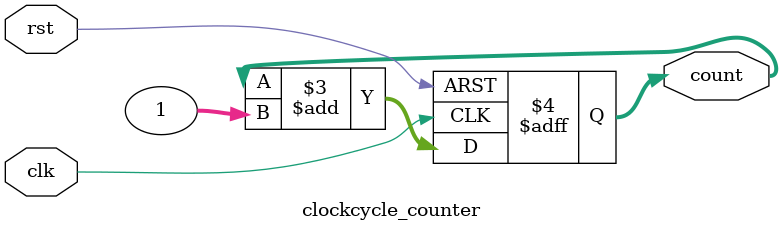
<source format=v>
module clockcycle_counter (
    input wire clk,         // Clock signal
    input wire rst,         // Reset signal (active high)
    output reg [31:0] count // 32-bit counter output
);

    always @(posedge clk or negedge rst) begin
        if (rst==0)
            count <= 32'd0;      // Reset counter to zero
        else
            count <= count + 1;  // Increment by one
    end

endmodule

</source>
